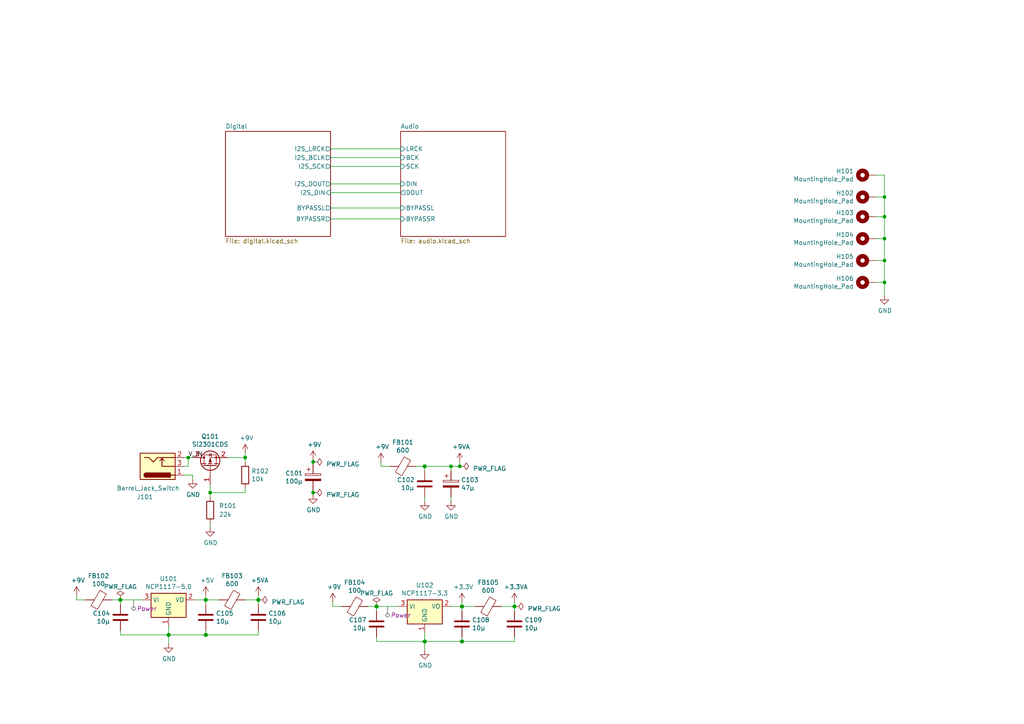
<source format=kicad_sch>
(kicad_sch (version 20230121) (generator eeschema)
  (paper "A4")
  (title_block (title "Whatever DSP") (date "2020-11-26") (rev "${REVISION}") (company "Nuclear Lighthouse Studios") (comment 1 "${LICENSE}"))
  (lib_symbols
    (symbol "Connector:Barrel_Jack_Switch" (pin_names hide)
      (property "Reference" "J" (at 0 5.334 0))
      (property "Value" "Barrel_Jack_Switch" (at 0 -5.08 0))
      (symbol "Barrel_Jack_Switch_0_1"
        (rectangle (start -5.08 3.81) (end 5.08 -3.81) (stroke (width 0.254)) (fill (type background)))
        (arc (start -3.302 3.175) (mid -3.9343 2.54) (end -3.302 1.905) (stroke (width 0.254)))
        (arc (start -3.302 3.175) (mid -3.9343 2.54) (end -3.302 1.905) (stroke (width 0.254)) (fill (type outline)))
        (polyline (pts (xy 1.27 -2.286) (xy 1.905 -1.651)) (stroke (width 0.254)))
        (polyline (pts (xy 5.08 2.54) (xy 3.81 2.54)) (stroke (width 0.254)))
        (polyline (pts (xy 5.08 0) (xy 1.27 0) (xy 1.27 -2.286) (xy 0.635 -1.651)) (stroke (width 0.254)))
        (polyline (pts (xy -3.81 -2.54) (xy -2.54 -2.54) (xy -1.27 -1.27) (xy 0 -2.54) (xy 2.54 -2.54) (xy 5.08 -2.54)) (stroke (width 0.254)))
        (rectangle (start 3.683 3.175) (end -3.302 1.905) (stroke (width 0.254)) (fill (type outline)))
      )
      (symbol "Barrel_Jack_Switch_1_1"
        (pin passive line (at 7.62 2.54 180) (length 2.54) (name "~") (number "1"))
        (pin passive line (at 7.62 -2.54 180) (length 2.54) (name "~") (number "2"))
        (pin passive line (at 7.62 0 180) (length 2.54) (name "~") (number "3"))
      )
    )
    (symbol "Device:C" (pin_numbers hide) (pin_names (offset 0.254))
      (property "Reference" "C" (at 0.635 2.54 0))
      (property "Value" "C" (at 0.635 -2.54 0))
      (symbol "C_0_1"
        (polyline (pts (xy -2.032 -0.762) (xy 2.032 -0.762)) (stroke (width 0.508)))
        (polyline (pts (xy -2.032 0.762) (xy 2.032 0.762)) (stroke (width 0.508)))
      )
      (symbol "C_1_1"
        (pin passive line (at 0 3.81 270) (length 2.794) (name "~") (number "1"))
        (pin passive line (at 0 -3.81 90) (length 2.794) (name "~") (number "2"))
      )
    )
    (symbol "Device:C_Polarized" (pin_numbers hide) (pin_names (offset 0.254))
      (property "Reference" "C" (at 0.635 2.54 0))
      (property "Value" "C_Polarized" (at 0.635 -2.54 0))
      (symbol "C_Polarized_0_1"
        (rectangle (start -2.286 0.508) (end 2.286 1.016))
        (polyline (pts (xy -1.778 2.286) (xy -0.762 2.286)))
        (polyline (pts (xy -1.27 2.794) (xy -1.27 1.778)))
        (rectangle (start 2.286 -0.508) (end -2.286 -1.016) (fill (type outline)))
      )
      (symbol "C_Polarized_1_1"
        (pin passive line (at 0 3.81 270) (length 2.794) (name "~") (number "1"))
        (pin passive line (at 0 -3.81 90) (length 2.794) (name "~") (number "2"))
      )
    )
    (symbol "Device:FerriteBead" (pin_numbers hide) (pin_names (offset 0))
      (property "Reference" "FB" (at -3.81 0.635 90))
      (property "Value" "FerriteBead" (at 3.81 0 90))
      (symbol "FerriteBead_0_1"
        (polyline (pts (xy 0 -1.27) (xy 0 -1.2192)))
        (polyline (pts (xy 0 1.27) (xy 0 1.2954)))
        (polyline (pts (xy -2.7686 0.4064) (xy -1.7018 2.2606) (xy 2.7686 -0.3048) (xy 1.6764 -2.159) (xy -2.7686 0.4064)))
      )
      (symbol "FerriteBead_1_1"
        (pin passive line (at 0 3.81 270) (length 2.54) (name "~") (number "1"))
        (pin passive line (at 0 -3.81 90) (length 2.54) (name "~") (number "2"))
      )
    )
    (symbol "Device:Q_PMOS_GSD" (pin_names (offset 0) hide)
      (property "Reference" "Q" (at 5.08 1.27 0))
      (property "Value" "Q_PMOS_GSD" (at 5.08 -1.27 0))
      (symbol "Q_PMOS_GSD_0_1"
        (polyline (pts (xy 0.254 0) (xy -2.54 0)))
        (polyline (pts (xy 0.254 1.905) (xy 0.254 -1.905)) (stroke (width 0.254)))
        (polyline (pts (xy 0.762 -1.27) (xy 0.762 -2.286)) (stroke (width 0.254)))
        (polyline (pts (xy 0.762 0.508) (xy 0.762 -0.508)) (stroke (width 0.254)))
        (polyline (pts (xy 0.762 2.286) (xy 0.762 1.27)) (stroke (width 0.254)))
        (polyline (pts (xy 2.54 2.54) (xy 2.54 1.778)))
        (polyline (pts (xy 2.54 -2.54) (xy 2.54 0) (xy 0.762 0)))
        (polyline (pts (xy 0.762 1.778) (xy 3.302 1.778) (xy 3.302 -1.778) (xy 0.762 -1.778)))
        (polyline (pts (xy 2.286 0) (xy 1.27 0.381) (xy 1.27 -0.381) (xy 2.286 0)) (fill (type outline)))
        (polyline (pts (xy 2.794 -0.508) (xy 2.921 -0.381) (xy 3.683 -0.381) (xy 3.81 -0.254)))
        (polyline (pts (xy 3.302 -0.381) (xy 2.921 0.254) (xy 3.683 0.254) (xy 3.302 -0.381)))
        (circle (center 1.651 0) (radius 2.794) (stroke (width 0.254)))
        (circle (center 2.54 -1.778) (radius 0.254) (fill (type outline)))
        (circle (center 2.54 1.778) (radius 0.254) (fill (type outline)))
      )
      (symbol "Q_PMOS_GSD_1_1"
        (pin input line (at -5.08 0 0) (length 2.54) (name "G") (number "1"))
        (pin passive line (at 2.54 -5.08 90) (length 2.54) (name "S") (number "2"))
        (pin passive line (at 2.54 5.08 270) (length 2.54) (name "D") (number "3"))
      )
    )
    (symbol "Device:R" (pin_numbers hide) (pin_names (offset 0))
      (property "Reference" "R" (at 2.032 0 90))
      (property "Value" "R" (at 0 0 90))
      (symbol "R_0_1"
        (rectangle (start -1.016 -2.54) (end 1.016 2.54) (stroke (width 0.254)))
      )
      (symbol "R_1_1"
        (pin passive line (at 0 3.81 270) (length 1.27) (name "~") (number "1"))
        (pin passive line (at 0 -3.81 90) (length 1.27) (name "~") (number "2"))
      )
    )
    (symbol "Mechanical:MountingHole_Pad" (pin_numbers hide) (pin_names (offset 1.016) hide)
      (property "Reference" "H" (at 0 6.35 0))
      (property "Value" "MountingHole_Pad" (at 0 4.445 0))
      (symbol "MountingHole_Pad_0_1"
        (circle (center 0 1.27) (radius 1.27) (stroke (width 1.27)))
      )
      (symbol "MountingHole_Pad_1_1"
        (pin input line (at 0 -2.54 90) (length 2.54) (name "1") (number "1"))
      )
    )
    (symbol "Regulator_Linear:NCP1117-3.3_SOT223"
      (property "Reference" "U" (at -3.81 3.175 0))
      (property "Value" "NCP1117-3.3_SOT223" (at 0 3.175 0))
      (symbol "NCP1117-3.3_SOT223_0_1"
        (rectangle (start -5.08 -5.08) (end 5.08 1.905) (stroke (width 0.254)) (fill (type background)))
      )
      (symbol "NCP1117-3.3_SOT223_1_1"
        (pin power_in line (at 0 -7.62 90) (length 2.54) (name "GND") (number "1"))
        (pin power_out line (at 7.62 0 180) (length 2.54) (name "VO") (number "2"))
        (pin power_in line (at -7.62 0 0) (length 2.54) (name "VI") (number "3"))
      )
    )
    (symbol "Regulator_Linear:NCP1117-5.0_SOT223"
      (property "Reference" "U" (at -3.81 3.175 0))
      (property "Value" "NCP1117-5.0_SOT223" (at 0 3.175 0))
      (symbol "NCP1117-5.0_SOT223_0_1"
        (rectangle (start -5.08 -5.08) (end 5.08 1.905) (stroke (width 0.254)) (fill (type background)))
      )
      (symbol "NCP1117-5.0_SOT223_1_1"
        (pin power_in line (at 0 -7.62 90) (length 2.54) (name "GND") (number "1"))
        (pin power_out line (at 7.62 0 180) (length 2.54) (name "VO") (number "2"))
        (pin power_in line (at -7.62 0 0) (length 2.54) (name "VI") (number "3"))
      )
    )
    (symbol "power:+3.3V" (power) (pin_names (offset 0))
      (property "Value" "+3.3V" (at 0 3.556 0))
      (symbol "+3.3V_0_1"
        (polyline (pts (xy -0.762 1.27) (xy 0 2.54)))
        (polyline (pts (xy 0 0) (xy 0 2.54)))
        (polyline (pts (xy 0 2.54) (xy 0.762 1.27)))
      )
      (symbol "+3.3V_1_1"
        (pin power_in line (at 0 0 90) (length 0) hide (name "+3.3V") (number "1"))
      )
    )
    (symbol "power:+3.3VA" (power) (pin_names (offset 0))
      (property "Value" "+3.3VA" (at 0 3.556 0))
      (symbol "+3.3VA_0_1"
        (polyline (pts (xy -0.762 1.27) (xy 0 2.54)))
        (polyline (pts (xy 0 0) (xy 0 2.54)))
        (polyline (pts (xy 0 2.54) (xy 0.762 1.27)))
      )
      (symbol "+3.3VA_1_1"
        (pin power_in line (at 0 0 90) (length 0) hide (name "+3.3VA") (number "1"))
      )
    )
    (symbol "power:+5V" (power) (pin_names (offset 0))
      (property "Value" "+5V" (at 0 3.556 0))
      (symbol "+5V_0_1"
        (polyline (pts (xy -0.762 1.27) (xy 0 2.54)))
        (polyline (pts (xy 0 0) (xy 0 2.54)))
        (polyline (pts (xy 0 2.54) (xy 0.762 1.27)))
      )
      (symbol "+5V_1_1"
        (pin power_in line (at 0 0 90) (length 0) hide (name "+5V") (number "1"))
      )
    )
    (symbol "power:+5VA" (power) (pin_names (offset 0))
      (property "Value" "+5VA" (at 0 3.556 0))
      (symbol "+5VA_0_1"
        (polyline (pts (xy -0.762 1.27) (xy 0 2.54)))
        (polyline (pts (xy 0 0) (xy 0 2.54)))
        (polyline (pts (xy 0 2.54) (xy 0.762 1.27)))
      )
      (symbol "+5VA_1_1"
        (pin power_in line (at 0 0 90) (length 0) hide (name "+5VA") (number "1"))
      )
    )
    (symbol "power:+9V" (power) (pin_names (offset 0))
      (property "Value" "+9V" (at 0 3.556 0))
      (symbol "+9V_0_1"
        (polyline (pts (xy -0.762 1.27) (xy 0 2.54)))
        (polyline (pts (xy 0 0) (xy 0 2.54)))
        (polyline (pts (xy 0 2.54) (xy 0.762 1.27)))
      )
      (symbol "+9V_1_1"
        (pin power_in line (at 0 0 90) (length 0) hide (name "+9V") (number "1"))
      )
    )
    (symbol "power:+9VA" (power) (pin_names (offset 0))
      (property "Value" "+9VA" (at 0 3.81 0))
      (symbol "+9VA_0_1"
        (polyline (pts (xy -0.762 1.27) (xy 0 2.54)))
        (polyline (pts (xy 0 0) (xy 0 2.54)))
        (polyline (pts (xy 0 2.54) (xy 0.762 1.27)))
      )
      (symbol "+9VA_1_1"
        (pin power_in line (at 0 0 90) (length 0) hide (name "+9VA") (number "1"))
      )
    )
    (symbol "power:GND" (power) (pin_names (offset 0))
      (property "Value" "GND" (at 0 -3.81 0))
      (symbol "GND_0_1"
        (polyline (pts (xy 0 0) (xy 0 -1.27) (xy 1.27 -1.27) (xy 0 -2.54) (xy -1.27 -1.27) (xy 0 -1.27)))
      )
      (symbol "GND_1_1"
        (pin power_in line (at 0 0 270) (length 0) hide (name "GND") (number "1"))
      )
    )
    (symbol "power:PWR_FLAG" (power) (pin_numbers hide) (pin_names (offset 0) hide)
      (property "Value" "PWR_FLAG" (at 0 3.81 0))
      (symbol "PWR_FLAG_0_0"
        (pin power_out line (at 0 0 90) (length 0) (name "pwr") (number "1"))
      )
      (symbol "PWR_FLAG_0_1"
        (polyline (pts (xy 0 0) (xy 0 1.27) (xy -1.016 1.905) (xy 0 2.54) (xy 1.016 1.905) (xy 0 1.27)))
      )
    )
  )
  (junction (at 256.54 57.15))
  (junction (at 149.225 175.895) (diameter 1.016))
  (junction (at 71.12 132.715) (diameter 0.9144))
  (junction (at 256.54 81.915) (diameter 0.9144))
  (junction (at 133.985 186.055) (diameter 1.016))
  (junction (at 74.93 173.99) (diameter 1.016))
  (junction (at 34.925 173.99) (diameter 1.016))
  (junction (at 54.61 132.715) (diameter 0.9144))
  (junction (at 123.19 186.055) (diameter 1.016))
  (junction (at 48.895 184.15) (diameter 1.016))
  (junction (at 90.805 133.985))
  (junction (at 123.19 135.255) (diameter 1.016))
  (junction (at 59.69 173.99) (diameter 1.016))
  (junction (at 59.69 184.15) (diameter 1.016))
  (junction (at 256.54 69.215) (diameter 0.9144))
  (junction (at 109.22 175.895) (diameter 1.016))
  (junction (at 133.35 135.255))
  (junction (at 90.805 142.875))
  (junction (at 60.96 142.875))
  (junction (at 256.54 75.565) (diameter 0.9144))
  (junction (at 133.985 175.895) (diameter 1.016))
  (junction (at 256.54 62.865))
  (junction (at 130.81 135.255) (diameter 0.9144))
  (wire (pts (xy 149.225 175.895) (xy 149.225 177.165)))
  (wire (pts (xy 130.81 135.255) (xy 130.81 136.525)))
  (wire (pts (xy 133.985 186.055) (xy 149.225 186.055)))
  (wire (pts (xy 130.81 144.145) (xy 130.81 145.415)))
  (wire (pts (xy 56.515 173.99) (xy 59.69 173.99)))
  (wire (pts (xy 32.385 173.99) (xy 34.925 173.99)))
  (wire (pts (xy 95.885 43.18) (xy 116.205 43.18)))
  (wire (pts (xy 90.805 133.985) (xy 90.805 134.62)))
  (wire (pts (xy 106.68 175.895) (xy 109.22 175.895)))
  (wire (pts (xy 71.12 142.875) (xy 71.12 141.605)))
  (wire (pts (xy 133.985 175.895) (xy 137.795 175.895)))
  (wire (pts (xy 254 50.8) (xy 256.54 50.8)))
  (wire (pts (xy 54.61 135.255) (xy 54.61 132.715)))
  (wire (pts (xy 133.35 135.255) (xy 133.35 133.985)))
  (wire (pts (xy 109.22 184.785) (xy 109.22 186.055)))
  (wire (pts (xy 34.925 184.15) (xy 48.895 184.15)))
  (wire (pts (xy 95.885 55.88) (xy 116.205 55.88)))
  (wire (pts (xy 74.93 184.15) (xy 59.69 184.15)))
  (wire (pts (xy 53.34 132.715) (xy 54.61 132.715)))
  (wire (pts (xy 256.54 62.865) (xy 256.54 69.215)))
  (wire (pts (xy 254 81.915) (xy 256.54 81.915)))
  (wire (pts (xy 133.985 177.165) (xy 133.985 175.895)))
  (wire (pts (xy 66.04 132.715) (xy 71.12 132.715)))
  (wire (pts (xy 71.12 132.715) (xy 71.12 131.445)))
  (wire (pts (xy 110.49 133.985) (xy 110.49 135.255)))
  (wire (pts (xy 59.69 172.72) (xy 59.69 173.99)))
  (wire (pts (xy 60.96 140.335) (xy 60.96 142.875)))
  (wire (pts (xy 60.96 142.875) (xy 60.96 144.145)))
  (wire (pts (xy 256.54 57.15) (xy 256.54 62.865)))
  (wire (pts (xy 95.885 45.72) (xy 116.205 45.72)))
  (wire (pts (xy 22.225 173.99) (xy 24.765 173.99)))
  (wire (pts (xy 54.61 132.715) (xy 55.88 132.715)))
  (wire (pts (xy 74.93 172.72) (xy 74.93 173.99)))
  (wire (pts (xy 53.34 137.795) (xy 55.88 137.795)))
  (wire (pts (xy 130.81 175.895) (xy 133.985 175.895)))
  (wire (pts (xy 59.69 182.88) (xy 59.69 184.15)))
  (wire (pts (xy 149.225 174.625) (xy 149.225 175.895)))
  (wire (pts (xy 34.925 182.88) (xy 34.925 184.15)))
  (wire (pts (xy 109.22 175.895) (xy 115.57 175.895)))
  (wire (pts (xy 133.985 184.785) (xy 133.985 186.055)))
  (wire (pts (xy 256.54 81.915) (xy 256.54 85.725)))
  (wire (pts (xy 256.54 75.565) (xy 256.54 81.915)))
  (wire (pts (xy 71.12 133.985) (xy 71.12 132.715)))
  (wire (pts (xy 95.885 63.5) (xy 116.205 63.5)))
  (wire (pts (xy 74.93 182.88) (xy 74.93 184.15)))
  (wire (pts (xy 133.985 175.895) (xy 133.985 174.625)))
  (wire (pts (xy 123.19 144.145) (xy 123.19 145.415)))
  (wire (pts (xy 34.925 175.26) (xy 34.925 173.99)))
  (wire (pts (xy 123.19 186.055) (xy 123.19 183.515)))
  (wire (pts (xy 109.22 177.165) (xy 109.22 175.895)))
  (wire (pts (xy 71.12 173.99) (xy 74.93 173.99)))
  (wire (pts (xy 90.805 142.24) (xy 90.805 142.875)))
  (wire (pts (xy 95.885 60.325) (xy 116.205 60.325)))
  (wire (pts (xy 60.96 142.875) (xy 71.12 142.875)))
  (wire (pts (xy 109.22 186.055) (xy 123.19 186.055)))
  (wire (pts (xy 90.805 133.35) (xy 90.805 133.985)))
  (wire (pts (xy 110.49 135.255) (xy 113.03 135.255)))
  (wire (pts (xy 256.54 50.8) (xy 256.54 57.15)))
  (wire (pts (xy 145.415 175.895) (xy 149.225 175.895)))
  (wire (pts (xy 149.225 184.785) (xy 149.225 186.055)))
  (wire (pts (xy 256.54 57.15) (xy 254 57.15)))
  (wire (pts (xy 53.34 135.255) (xy 54.61 135.255)))
  (wire (pts (xy 34.925 173.99) (xy 41.275 173.99)))
  (wire (pts (xy 123.19 186.055) (xy 123.19 188.595)))
  (wire (pts (xy 48.895 184.15) (xy 59.69 184.15)))
  (wire (pts (xy 90.805 142.875) (xy 90.805 143.51)))
  (wire (pts (xy 96.52 175.895) (xy 96.52 174.625)))
  (wire (pts (xy 123.19 186.055) (xy 133.985 186.055)))
  (wire (pts (xy 254 75.565) (xy 256.54 75.565)))
  (wire (pts (xy 48.895 181.61) (xy 48.895 184.15)))
  (wire (pts (xy 55.88 137.795) (xy 55.88 139.065)))
  (wire (pts (xy 59.69 175.26) (xy 59.69 173.99)))
  (wire (pts (xy 120.65 135.255) (xy 123.19 135.255)))
  (wire (pts (xy 95.885 48.26) (xy 116.205 48.26)))
  (wire (pts (xy 95.885 53.34) (xy 116.205 53.34)))
  (wire (pts (xy 22.225 172.72) (xy 22.225 173.99)))
  (wire (pts (xy 60.96 151.765) (xy 60.96 153.035)))
  (wire (pts (xy 254 62.865) (xy 256.54 62.865)))
  (wire (pts (xy 123.19 136.525) (xy 123.19 135.255)))
  (wire (pts (xy 48.895 186.69) (xy 48.895 184.15)))
  (wire (pts (xy 74.93 173.99) (xy 74.93 175.26)))
  (wire (pts (xy 123.19 135.255) (xy 130.81 135.255)))
  (wire (pts (xy 130.81 135.255) (xy 133.35 135.255)))
  (wire (pts (xy 256.54 69.215) (xy 256.54 75.565)))
  (wire (pts (xy 59.69 173.99) (xy 63.5 173.99)))
  (wire (pts (xy 256.54 69.215) (xy 254 69.215)))
  (wire (pts (xy 99.06 175.895) (xy 96.52 175.895)))
  (label "V_IN" (at 54.61 132.715 0))
  (netclass_flag "" (length 2.54) (shape round) (at 112.395 175.895 180) (property "Netclass" "Power" (at 113.284 178.435 0) (effects (font italic) (justify left))))
  (netclass_flag "" (length 2.54) (shape round) (at 38.735 173.99 180) (property "Netclass" "Power" (at 39.624 176.53 0) (effects (font italic) (justify left))))
  (symbol (lib_id "power:+9V") (at 110.49 133.985 0) (unit 1)
    (property "Reference" "#PWR0106" (effects hide))
    (property "Value" "+9V" (at 110.871 129.5908 0))
  )
  (symbol (lib_id "Device:C") (at 123.19 140.335 0) (unit 1)
    (property "Reference" "C102" (at 120.269 139.1666 0) (effects (justify right)))
    (property "Value" "10µ" (at 120.269 141.478 0) (effects (justify right)))
    (property "Footprint" "Capacitor_SMD:C_0805_2012Metric" (effects hide))
  )
  (symbol (lib_id "power:GND") (at 123.19 145.415 0) (unit 1)
    (property "Reference" "#PWR0107" (effects hide))
    (property "Value" "GND" (at 123.317 149.8092 0))
  )
  (symbol (lib_id "Connector:Barrel_Jack_Switch") (at 45.72 135.255 0) (mirror x) (unit 1)
    (property "Reference" "J101" (at 44.45 144.145 0) (effects (justify right)))
    (property "Value" "Barrel_Jack_Switch" (at 52.07 141.605 0) (effects (justify right)))
    (property "Footprint" "Connector_BarrelJack:BarrelJack_Horizontal" (effects hide))
  )
  (symbol (lib_id "power:+9V") (at 71.12 131.445 0) (unit 1)
    (property "Reference" "#PWR0103" (effects hide))
    (property "Value" "+9V" (at 71.501 127.0508 0))
  )
  (symbol (lib_id "power:GND") (at 55.88 139.065 0) (unit 1)
    (property "Reference" "#PWR0101" (effects hide))
    (property "Value" "GND" (at 56.007 143.4592 0))
  )
  (symbol (lib_id "power:+9VA") (at 133.35 133.985 0) (unit 1)
    (property "Reference" "#PWR0109" (effects hide))
    (property "Value" "+9VA" (at 133.731 129.5908 0))
  )
  (symbol (lib_id "power:GND") (at 48.895 186.69 0) (unit 1)
    (property "Reference" "#PWR0111" (effects hide))
    (property "Value" "GND" (at 49.022 191.0842 0))
  )
  (symbol (lib_id "power:+5VA") (at 74.93 172.72 0) (unit 1)
    (property "Reference" "#PWR0113" (effects hide))
    (property "Value" "+5VA" (at 75.311 168.3258 0))
  )
  (symbol (lib_id "Device:C") (at 59.69 179.07 0) (unit 1)
    (property "Reference" "C105" (at 62.611 177.9016 0) (effects (justify left)))
    (property "Value" "10µ" (at 62.611 180.213 0) (effects (justify left)))
    (property "Footprint" "Capacitor_SMD:C_0603_1608Metric" (effects hide))
  )
  (symbol (lib_id "power:+9V") (at 22.225 172.72 0) (unit 1)
    (property "Reference" "#PWR0110" (effects hide))
    (property "Value" "+9V" (at 22.606 168.3258 0))
  )
  (symbol (lib_id "Device:C") (at 133.985 180.975 0) (unit 1)
    (property "Reference" "C108" (at 136.906 179.8066 0) (effects (justify left)))
    (property "Value" "10µ" (at 136.906 182.118 0) (effects (justify left)))
    (property "Footprint" "Capacitor_SMD:C_0603_1608Metric" (effects hide))
  )
  (symbol (lib_id "power:GND") (at 123.19 188.595 0) (unit 1)
    (property "Reference" "#PWR0115" (effects hide))
    (property "Value" "GND" (at 123.317 192.9892 0))
  )
  (symbol (lib_id "power:+9V") (at 96.52 174.625 0) (unit 1)
    (property "Reference" "#PWR0114" (effects hide))
    (property "Value" "+9V" (at 96.901 170.2308 0))
  )
  (symbol (lib_id "Device:C") (at 109.22 180.975 0) (unit 1)
    (property "Reference" "C107" (at 106.299 179.8066 0) (effects (justify right)))
    (property "Value" "10µ" (at 106.299 182.118 0) (effects (justify right)))
    (property "Footprint" "Capacitor_SMD:C_0805_2012Metric" (effects hide))
  )
  (symbol (lib_id "Device:C") (at 34.925 179.07 0) (unit 1)
    (property "Reference" "C104" (at 32.004 177.9016 0) (effects (justify right)))
    (property "Value" "10µ" (at 32.004 180.213 0) (effects (justify right)))
    (property "Footprint" "Capacitor_SMD:C_0805_2012Metric" (effects hide))
  )
  (symbol (lib_id "power:+3.3V") (at 133.985 174.625 0) (unit 1)
    (property "Reference" "#PWR0116" (effects hide))
    (property "Value" "+3.3V" (at 134.366 170.2308 0))
  )
  (symbol (lib_id "power:+3.3VA") (at 149.225 174.625 0) (unit 1)
    (property "Reference" "#PWR0118" (effects hide))
    (property "Value" "+3.3VA" (at 149.606 170.2308 0))
  )
  (symbol (lib_id "Device:C") (at 74.93 179.07 0) (unit 1)
    (property "Reference" "C106" (at 77.851 177.9016 0) (effects (justify left)))
    (property "Value" "10µ" (at 77.851 180.213 0) (effects (justify left)))
    (property "Footprint" "Capacitor_SMD:C_0603_1608Metric" (effects hide))
  )
  (symbol (lib_id "Device:FerriteBead") (at 28.575 173.99 270) (unit 1)
    (property "Reference" "FB102" (at 28.575 167.0304 90))
    (property "Value" "100" (at 28.575 169.3418 90))
    (property "Footprint" "Inductor_SMD:L_0805_2012Metric" (effects hide))
  )
  (symbol (lib_id "Device:FerriteBead") (at 102.87 175.895 270) (unit 1)
    (property "Reference" "FB104" (at 102.87 168.9354 90))
    (property "Value" "100" (at 102.87 171.2468 90))
    (property "Footprint" "Inductor_SMD:L_0805_2012Metric" (effects hide))
  )
  (symbol (lib_id "power:+5V") (at 59.69 172.72 0) (unit 1)
    (property "Reference" "#PWR0112" (effects hide))
    (property "Value" "+5V" (at 60.071 168.3258 0))
  )
  (symbol (lib_id "Regulator_Linear:NCP1117-5.0_SOT223") (at 48.895 173.99 0) (unit 1)
    (property "Reference" "U101" (at 48.895 167.8432 0))
    (property "Value" "NCP1117-5.0" (at 48.895 170.1546 0))
    (property "Footprint" "Package_TO_SOT_SMD:SOT-223-3_TabPin2" (effects hide))
    (property "Datasheet" "http://www.onsemi.com/pub_link/Collateral/NCP1117-D.PDF" (effects hide))
  )
  (symbol (lib_id "Regulator_Linear:NCP1117-3.3_SOT223") (at 123.19 175.895 0) (unit 1)
    (property "Reference" "U102" (at 123.19 169.7482 0))
    (property "Value" "NCP1117-3.3" (at 123.19 172.0596 0))
    (property "Footprint" "Package_TO_SOT_SMD:SOT-223-3_TabPin2" (effects hide))
    (property "Datasheet" "http://www.onsemi.com/pub_link/Collateral/NCP1117-D.PDF" (effects hide))
  )
  (symbol (lib_id "Device:FerriteBead") (at 67.31 173.99 270) (unit 1)
    (property "Reference" "FB103" (at 67.31 167.0304 90))
    (property "Value" "600" (at 67.31 169.3418 90))
    (property "Footprint" "Inductor_SMD:L_0805_2012Metric" (effects hide))
  )
  (symbol (lib_id "Device:FerriteBead") (at 116.84 135.255 270) (unit 1)
    (property "Reference" "FB101" (at 116.84 128.2954 90))
    (property "Value" "600" (at 116.84 130.6068 90))
    (property "Footprint" "Inductor_SMD:L_0805_2012Metric" (effects hide))
  )
  (symbol (lib_id "Device:FerriteBead") (at 141.605 175.895 270) (unit 1)
    (property "Reference" "FB105" (at 141.605 168.9354 90))
    (property "Value" "600" (at 141.605 171.2468 90))
    (property "Footprint" "Inductor_SMD:L_0805_2012Metric" (effects hide))
  )
  (symbol (lib_id "Device:C_Polarized") (at 90.805 138.43 0) (unit 1)
    (property "Reference" "C101" (at 87.884 137.2616 0) (effects (justify right)))
    (property "Value" "100µ" (at 87.884 139.573 0) (effects (justify right)))
    (property "Footprint" "Capacitor_Tantalum_SMD:CP_EIA-7343-30_AVX-N" (effects hide))
  )
  (symbol (lib_id "Mechanical:MountingHole_Pad") (at 251.46 69.215 90) (mirror x) (unit 1) (in_bom no)
    (property "Reference" "H104" (at 247.6499 68.0656 90) (effects (justify left)))
    (property "Value" "MountingHole_Pad" (at 247.6499 70.3643 90) (effects (justify left)))
    (property "Footprint" "MountingHole:MountingHole_3.2mm_M3_Pad" (effects hide))
  )
  (symbol (lib_id "power:GND") (at 130.81 145.415 0) (unit 1)
    (property "Reference" "#PWR0108" (effects hide))
    (property "Value" "GND" (at 130.937 149.8092 0))
  )
  (symbol (lib_id "Mechanical:MountingHole_Pad") (at 251.46 57.15 90) (mirror x) (unit 1) (in_bom no)
    (property "Reference" "H102" (at 247.6499 56.0006 90) (effects (justify left)))
    (property "Value" "MountingHole_Pad" (at 247.6499 58.2993 90) (effects (justify left)))
    (property "Footprint" "MountingHole:MountingHole_3.2mm_M3_Pad" (effects hide))
  )
  (symbol (lib_id "Mechanical:MountingHole_Pad") (at 251.46 75.565 90) (mirror x) (unit 1) (in_bom no)
    (property "Reference" "H105" (at 247.6499 74.4156 90) (effects (justify left)))
    (property "Value" "MountingHole_Pad" (at 247.6499 76.7143 90) (effects (justify left)))
    (property "Footprint" "MountingHole:MountingHole_3.2mm_M3_Pad" (effects hide))
  )
  (symbol (lib_id "Device:C_Polarized") (at 130.81 140.335 0) (unit 1)
    (property "Reference" "C103" (at 133.7311 139.1856 0) (effects (justify left)))
    (property "Value" "47µ" (at 133.731 141.478 0) (effects (justify left)))
    (property "Footprint" "Capacitor_Tantalum_SMD:CP_EIA-3528-21_Kemet-B" (effects hide))
  )
  (symbol (lib_id "power:PWR_FLAG") (at 109.22 175.895 0) (unit 1)
    (property "Reference" "#FLG0106" (effects hide))
    (property "Value" "PWR_FLAG" (at 109.22 172.085 0))
  )
  (symbol (lib_id "power:GND") (at 90.805 143.51 0) (unit 1)
    (property "Reference" "#PWR0105" (effects hide))
    (property "Value" "GND" (at 90.932 147.9042 0))
  )
  (symbol (lib_id "power:PWR_FLAG") (at 133.35 135.255 270) (unit 1)
    (property "Reference" "#FLG0103" (effects hide))
    (property "Value" "PWR_FLAG" (at 137.16 135.89 90) (effects (justify left)))
  )
  (symbol (lib_id "Device:Q_PMOS_GSD") (at 60.96 135.255 90) (unit 1)
    (property "Reference" "Q101" (at 60.96 126.5998 90))
    (property "Value" "Si2301CDS" (at 60.96 128.8985 90))
    (property "Footprint" "Package_TO_SOT_SMD:SOT-23" (effects hide))
  )
  (symbol (lib_id "Mechanical:MountingHole_Pad") (at 251.46 62.865 90) (mirror x) (unit 1) (in_bom no)
    (property "Reference" "H103" (at 247.6499 61.7156 90) (effects (justify left)))
    (property "Value" "MountingHole_Pad" (at 247.6499 64.0143 90) (effects (justify left)))
    (property "Footprint" "MountingHole:MountingHole_3.2mm_M3_Pad" (effects hide))
  )
  (symbol (lib_id "power:GND") (at 60.96 153.035 0) (unit 1)
    (property "Reference" "#PWR0102" (effects hide))
    (property "Value" "GND" (at 61.087 157.4292 0))
  )
  (symbol (lib_id "Mechanical:MountingHole_Pad") (at 251.46 50.8 90) (mirror x) (unit 1) (in_bom no)
    (property "Reference" "H101" (at 247.6499 49.6506 90) (effects (justify left)))
    (property "Value" "MountingHole_Pad" (at 247.6499 51.9493 90) (effects (justify left)))
    (property "Footprint" "MountingHole:MountingHole_3.2mm_M3_Pad" (effects hide))
  )
  (symbol (lib_id "Mechanical:MountingHole_Pad") (at 251.46 81.915 90) (mirror x) (unit 1) (in_bom no)
    (property "Reference" "H106" (at 247.6499 80.7656 90) (effects (justify left)))
    (property "Value" "MountingHole_Pad" (at 247.6499 83.0643 90) (effects (justify left)))
    (property "Footprint" "MountingHole:MountingHole_3.2mm_M3_Pad" (effects hide))
  )
  (symbol (lib_id "Device:R") (at 71.12 137.795 180) (unit 1)
    (property "Reference" "R102" (at 72.8981 136.6456 0) (effects (justify right)))
    (property "Value" "10k" (at 72.898 138.938 0) (effects (justify right)))
    (property "Footprint" "Resistor_SMD:R_0402_1005Metric" (effects hide))
  )
  (symbol (lib_id "power:PWR_FLAG") (at 90.805 142.875 270) (unit 1)
    (property "Reference" "#FLG0102" (effects hide))
    (property "Value" "PWR_FLAG" (at 94.615 143.51 90) (effects (justify left)))
  )
  (symbol (lib_id "Device:C") (at 149.225 180.975 0) (unit 1)
    (property "Reference" "C109" (at 152.146 179.8066 0) (effects (justify left)))
    (property "Value" "10µ" (at 152.146 182.118 0) (effects (justify left)))
    (property "Footprint" "Capacitor_SMD:C_0603_1608Metric" (effects hide))
  )
  (symbol (lib_id "power:PWR_FLAG") (at 149.225 175.895 270) (unit 1)
    (property "Reference" "#FLG0107" (effects hide))
    (property "Value" "PWR_FLAG" (at 153.035 176.53 90) (effects (justify left)))
  )
  (symbol (lib_id "power:+9V") (at 90.805 133.35 0) (unit 1)
    (property "Reference" "#PWR0104" (effects hide))
    (property "Value" "+9V" (at 91.186 128.9558 0))
  )
  (symbol (lib_id "power:PWR_FLAG") (at 90.805 133.985 270) (unit 1)
    (property "Reference" "#FLG0101" (effects hide))
    (property "Value" "PWR_FLAG" (at 94.615 134.62 90) (effects (justify left)))
  )
  (symbol (lib_id "power:GND") (at 256.54 85.725 0) (unit 1)
    (property "Reference" "#PWR0117" (effects hide))
    (property "Value" "GND" (at 256.667 90.1192 0))
  )
  (symbol (lib_id "power:PWR_FLAG") (at 74.93 173.99 270) (unit 1)
    (property "Reference" "#FLG0105" (effects hide))
    (property "Value" "PWR_FLAG" (at 78.74 174.625 90) (effects (justify left)))
  )
  (symbol (lib_id "power:PWR_FLAG") (at 34.925 173.99 0) (unit 1)
    (property "Reference" "#FLG0104" (effects hide))
    (property "Value" "PWR_FLAG" (at 34.925 170.18 0))
  )
  (symbol (lib_id "Device:R") (at 60.96 147.955 0) (unit 1)
    (property "Reference" "R101" (at 63.5 146.6849 0) (effects (justify left)))
    (property "Value" "22k" (at 63.5 149.2249 0) (effects (justify left)))
    (property "Footprint" "Resistor_SMD:R_0402_1005Metric" (effects hide))
  )
  (sheet (at 65.405 38.1) (size 30.48 30.48) (stroke (width 0.1524))
    (property "Sheetname" "Digital" (at 65.405 37.3884 0) (effects (justify left bottom)))
    (property "Sheetfile" "digital.kicad_sch" (at 65.405 69.1646 0) (effects (justify left top)))
    (pin "I2S_SCK" output (at 95.885 48.26 0))
    (pin "I2S_LRCK" output (at 95.885 43.18 0))
    (pin "I2S_BCLK" output (at 95.885 45.72 0))
    (pin "I2S_DIN" input (at 95.885 55.88 0))
    (pin "I2S_DOUT" output (at 95.885 53.34 0))
    (pin "BYPASSL" output (at 95.885 60.325 0))
    (pin "BYPASSR" output (at 95.885 63.5 0))
  )
  (sheet (at 116.205 38.1) (size 30.48 30.48) (stroke (width 0.1524))
    (property "Sheetname" "Audio" (at 116.205 37.3884 0) (effects (justify left bottom)))
    (property "Sheetfile" "audio.kicad_sch" (at 116.205 69.1646 0) (effects (justify left top)))
    (pin "DOUT" output (at 116.205 55.88 180))
    (pin "LRCK" input (at 116.205 43.18 180))
    (pin "BCK" input (at 116.205 45.72 180))
    (pin "SCK" input (at 116.205 48.26 180))
    (pin "DIN" input (at 116.205 53.34 180))
    (pin "BYPASSL" input (at 116.205 60.325 180))
    (pin "BYPASSR" input (at 116.205 63.5 180))
  )
)
</source>
